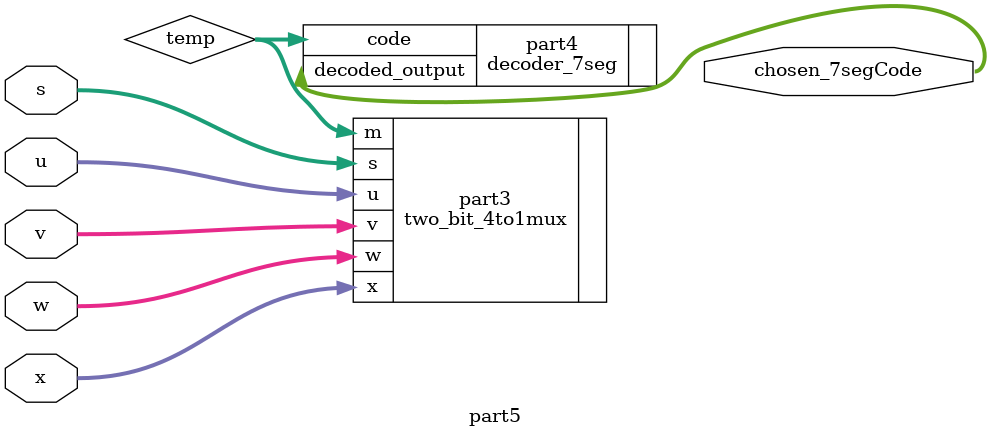
<source format=v>
module part5 (s,u,v,w,x,chosen_7segCode);
 
	input[1:0] s;
	input[1:0] u, v, w, x;
	output[6:0] chosen_7segCode;
	
	wire[1:0] temp;
	
	/* need to connect an instance of two_bit_4to1mux or
	two_bit_4to1muxV2 (named part3) to an instance of decoder_7seg
	named part4. 
	
	Use the wire 2-bit called temp to connect them 
	(note output of two_bit_4to1mux is 2-bit, input to decoder_7seg is 
	2-bit)
	*/
	
	// Complete your choice of the following
	two_bit_4to1mux part3(.s(s), .u(u), .v(v), .w(w), .x(x), .m(temp));
	decoder_7seg part4(.code(temp), .decoded_output(chosen_7segCode));

endmodule

</source>
